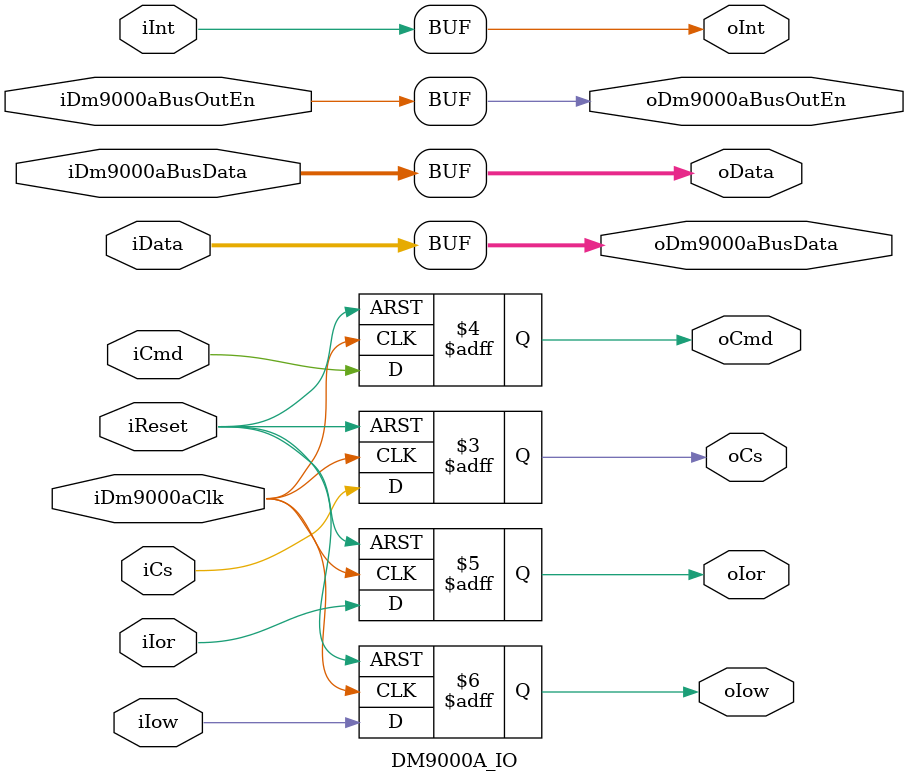
<source format=v>
/*---------------------------------------------------------------------------*/
module DM9000A_IO                   // Dm9000A µÄ IO²ã 
(  
  input iDm9000aClk,                 
  input iReset,
  input [15:0] iDm9000aBusData,  // input from data bus
  input iDm9000aBusOutEn,        //input from data bus out enble
  input [15:0] iData,            // input from module 
  input iCs,                     //control pin
  input iCmd,                    //control pin
  input iIor,                    //control pin
  input iIow,                    //control pin
  input iInt,                    //control pin
  output [15:0] oDm9000aBusData, // out to data bus 
  output oDm9000aBusOutEn,       //output data bus out enable
  output [15:0]oData,            // out to module 
  output reg oCs,                //control pin
  output reg oCmd,               //control pin
  output reg oIor,               //control pin
  output reg oIow,               //control pin
  output  oInt                   //control pin
);

/*---------------------------------------------------------------------------*/
assign oData = iDm9000aBusData; 
assign oDm9000aBusData = iData;  
assign oDm9000aBusOutEn  = iDm9000aBusOutEn; 
/*-----------------------------------------------------*/
/*always @ (negedge iDm9000aClk or negedge iReset)      //¿ØÖÆ¶ËÔÚÊ±ÖÓÏÂ½µÑØÈýÌ¬´¦Àí
begin
  if(!iReset)
	  oCs  <= 1'b1; 
	else
		oCs  <= iCs; 
end
always @ (negedge iDm9000aClk or negedge iReset)
begin
  if(!iReset)
	  oCmd <= 1'b1; 
  else
		oCmd <= iCmd; 
end
always @ (negedge iDm9000aClk or negedge iReset)
begin
  if(!iReset)
		oIor <= 1'b1; 
   else
		oIor <= iIor;
end
always @ (negedge iDm9000aClk or negedge iReset)
begin
  if(!iReset)
		oIow <= 1'b1; 
  else
		oIow <= iIow; 
end
*/
always @ (negedge iDm9000aClk , negedge iReset)begin//Modified by wyu 20151211
  if(!iReset)begin
    oCs <= 1'b1;
    oCmd <= 1'b1;
    oIor <= 1'b1;
    oIow <= 1'b1;
  end
  else begin
    oCs <= iCs;
    oCmd <= iCmd;
    oIor <= iIor;
    oIow <= iIow;
  end
end
 /*-----------------------------------------------------*/
 /* always @ (negedge iDm9000aClk or negedge iReset)
 begin
      if(!iReset)  
		oInt <= 1'b0; 
      else 
		oInt <= iInt;  //modified 20140806 ¶ÔÖÐ¶ÏÐÅºÅ½øÐÐÍ¬²½ 
 end
 */
assign oInt = iInt; //Ã»ÓÐ¶ÔintÐÅºÅ½øÐÐÍ¬²½²»±Ø¶ÔÖÐ¶ÏÐÅºÅ½øÐÐÈýÌ¬¿ØÖÆ
 /*-----------------------------------------------------*/
endmodule 
/*------------------------------------------------------*/

</source>
